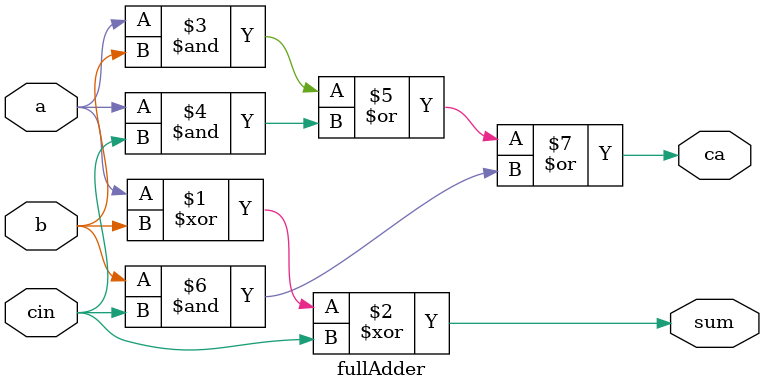
<source format=v>
module fullAdder (a, b, cin, sum, ca);
input a, b, cin;
output sum, ca;

assign sum = a ^ b ^ cin;
assign ca = (a & b) | (a & cin) | (b & cin);

endmodule

</source>
